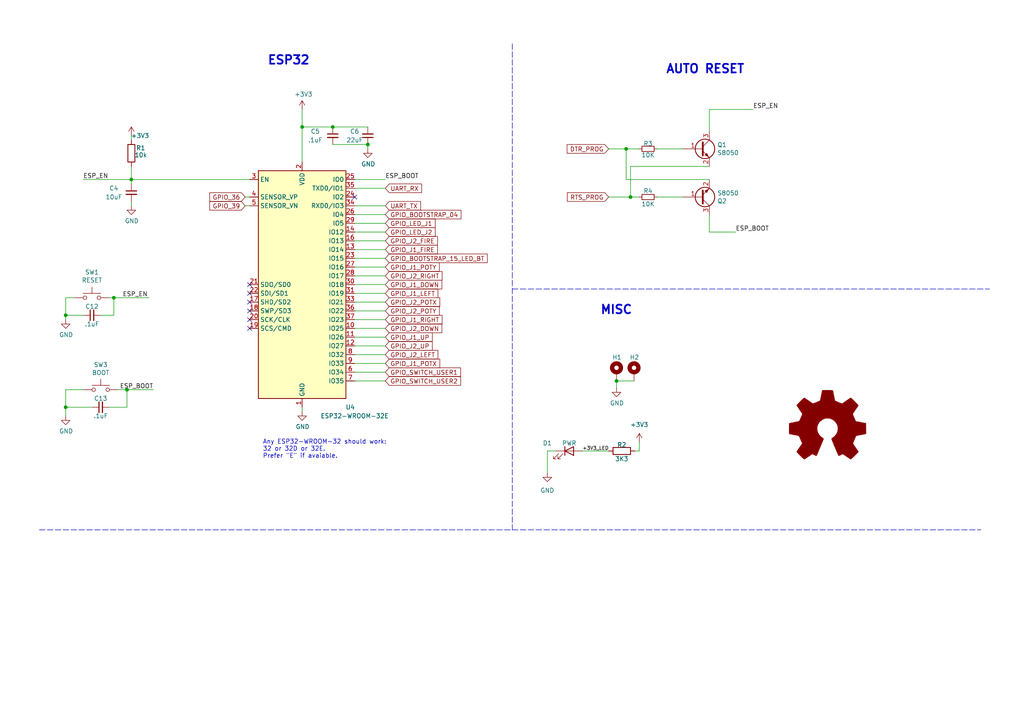
<source format=kicad_sch>
(kicad_sch (version 20211123) (generator eeschema)
  (paper "A4")
  (title_block (title "Unijoysticle 2 C64") (date "2022-07-17") (rev "A") (company "Ricardo Quesada"))
  (lib_symbols
    (symbol "Device:C_Small" (pin_numbers hide) (pin_names (offset 0.254) hide)
      (property "Reference" "C" (at 0.254 1.778 0))
      (property "Value" "C_Small" (at 0.254 -2.032 0))
      (symbol "C_Small_0_1"
        (polyline (pts (xy -1.524 -0.508) (xy 1.524 -0.508)) (stroke (width 0.3302)))
        (polyline (pts (xy -1.524 0.508) (xy 1.524 0.508)) (stroke (width 0.3048)))
      )
      (symbol "C_Small_1_1"
        (pin passive line (at 0 2.54 270) (length 2.032) (name "~") (number "1"))
        (pin passive line (at 0 -2.54 90) (length 2.032) (name "~") (number "2"))
      )
    )
    (symbol "Device:LED" (pin_numbers hide) (pin_names (offset 1.016) hide)
      (property "Reference" "D" (at 0 2.54 0))
      (property "Value" "LED" (at 0 -2.54 0))
      (symbol "LED_0_1"
        (polyline (pts (xy -1.27 -1.27) (xy -1.27 1.27)) (stroke (width 0.254)))
        (polyline (pts (xy -1.27 0) (xy 1.27 0)))
        (polyline (pts (xy 1.27 -1.27) (xy 1.27 1.27) (xy -1.27 0) (xy 1.27 -1.27)) (stroke (width 0.254)))
        (polyline (pts (xy -3.048 -0.762) (xy -4.572 -2.286) (xy -3.81 -2.286) (xy -4.572 -2.286) (xy -4.572 -1.524)))
        (polyline (pts (xy -1.778 -0.762) (xy -3.302 -2.286) (xy -2.54 -2.286) (xy -3.302 -2.286) (xy -3.302 -1.524)))
      )
      (symbol "LED_1_1"
        (pin passive line (at -3.81 0 0) (length 2.54) (name "K") (number "1"))
        (pin passive line (at 3.81 0 180) (length 2.54) (name "A") (number "2"))
      )
    )
    (symbol "Device:Q_NPN_BEC" (pin_names (offset 0) hide)
      (property "Reference" "Q" (at 5.08 1.27 0))
      (property "Value" "Q_NPN_BEC" (at 5.08 -1.27 0))
      (symbol "Q_NPN_BEC_0_1"
        (polyline (pts (xy 0.635 0.635) (xy 2.54 2.54)))
        (polyline (pts (xy 0.635 -0.635) (xy 2.54 -2.54) (xy 2.54 -2.54)))
        (polyline (pts (xy 0.635 1.905) (xy 0.635 -1.905) (xy 0.635 -1.905)) (stroke (width 0.508)))
        (polyline (pts (xy 1.27 -1.778) (xy 1.778 -1.27) (xy 2.286 -2.286) (xy 1.27 -1.778) (xy 1.27 -1.778)) (fill (type outline)))
        (circle (center 1.27 0) (radius 2.8194) (stroke (width 0.254)))
      )
      (symbol "Q_NPN_BEC_1_1"
        (pin input line (at -5.08 0 0) (length 5.715) (name "B") (number "1"))
        (pin passive line (at 2.54 -5.08 90) (length 2.54) (name "E") (number "2"))
        (pin passive line (at 2.54 5.08 270) (length 2.54) (name "C") (number "3"))
      )
    )
    (symbol "Device:R" (pin_numbers hide) (pin_names (offset 0))
      (property "Reference" "R" (at 2.032 0 90))
      (property "Value" "R" (at 0 0 90))
      (symbol "R_0_1"
        (rectangle (start -1.016 -2.54) (end 1.016 2.54) (stroke (width 0.254)))
      )
      (symbol "R_1_1"
        (pin passive line (at 0 3.81 270) (length 1.27) (name "~") (number "1"))
        (pin passive line (at 0 -3.81 90) (length 1.27) (name "~") (number "2"))
      )
    )
    (symbol "Device:R_Small" (pin_numbers hide) (pin_names (offset 0.254) hide)
      (property "Reference" "R" (at 0.762 0.508 0))
      (property "Value" "R_Small" (at 0.762 -1.016 0))
      (symbol "R_Small_0_1"
        (rectangle (start -0.762 1.778) (end 0.762 -1.778) (stroke (width 0.2032)))
      )
      (symbol "R_Small_1_1"
        (pin passive line (at 0 2.54 270) (length 0.762) (name "~") (number "1"))
        (pin passive line (at 0 -2.54 90) (length 0.762) (name "~") (number "2"))
      )
    )
    (symbol "Graphic:Logo_Open_Hardware_Large" (pin_names (offset 1.016))
      (symbol "Logo_Open_Hardware_Large_1_1"
        (polyline (pts (xy 6.731 -8.7122) (xy 6.6294 -8.6614) (xy 6.35 -8.4836) (xy 5.9944 -8.255) (xy 5.5372 -7.9502) (xy 5.1054 -7.6454) (xy 4.7498 -7.4168) (xy 4.4958 -7.239) (xy 4.3942 -7.1882) (xy 4.318 -7.2136) (xy 4.1148 -7.3152) (xy 3.81 -7.4676) (xy 3.6322 -7.5692) (xy 3.3528 -7.6708) (xy 3.2258 -7.6962) (xy 3.2004 -7.6708) (xy 3.0988 -7.4676) (xy 2.9464 -7.0866) (xy 2.7178 -6.604) (xy 2.4892 -6.0452) (xy 2.2352 -5.4356) (xy 1.9558 -4.826) (xy 1.7272 -4.2164) (xy 1.4986 -3.683) (xy 1.3208 -3.2512) (xy 1.2192 -2.9464) (xy 1.1684 -2.8194) (xy 1.1938 -2.794) (xy 1.3208 -2.667) (xy 1.5748 -2.4892) (xy 2.0828 -2.0574) (xy 2.6162 -1.397) (xy 2.921 -0.6604) (xy 3.048 0.1524) (xy 2.9464 0.9144) (xy 2.6416 1.6256) (xy 2.1336 2.286) (xy 1.524 2.7686) (xy 0.8128 3.0734) (xy 0 3.175) (xy -0.762 3.0988) (xy -1.4986 2.794) (xy -2.159 2.286) (xy -2.4384 1.9812) (xy -2.8194 1.3208) (xy -3.048 0.6096) (xy -3.0734 0.4318) (xy -3.0226 -0.3556) (xy -2.794 -1.0922) (xy -2.3876 -1.7526) (xy -1.8288 -2.3114) (xy -1.7526 -2.3622) (xy -1.4732 -2.5654) (xy -1.2954 -2.6924) (xy -1.1684 -2.8194) (xy -2.159 -5.207) (xy -2.3114 -5.588) (xy -2.5908 -6.2484) (xy -2.8194 -6.8072) (xy -3.0226 -7.2644) (xy -3.1496 -7.5692) (xy -3.2258 -7.6708) (xy -3.2258 -7.6962) (xy -3.302 -7.6962) (xy -3.4798 -7.6454) (xy -3.8354 -7.4676) (xy -4.0386 -7.366) (xy -4.2926 -7.239) (xy -4.4196 -7.1882) (xy -4.5212 -7.239) (xy -4.7498 -7.3914) (xy -5.1054 -7.6454) (xy -5.5372 -7.9248) (xy -5.9436 -8.2042) (xy -6.3246 -8.4582) (xy -6.604 -8.636) (xy -6.731 -8.7122) (xy -6.7564 -8.7122) (xy -6.858 -8.636) (xy -7.0866 -8.4582) (xy -7.4168 -8.1534) (xy -7.874 -7.6962) (xy -7.9502 -7.62) (xy -8.3312 -7.239) (xy -8.636 -6.9088) (xy -8.8392 -6.6802) (xy -8.9154 -6.5786) (xy -8.9154 -6.5786) (xy -8.8392 -6.4516) (xy -8.6614 -6.1722) (xy -8.4328 -5.7912) (xy -8.128 -5.3594) (xy -7.3152 -4.191) (xy -7.7724 -3.0988) (xy -7.8994 -2.7686) (xy -8.0772 -2.3622) (xy -8.2042 -2.0828) (xy -8.255 -1.9558) (xy -8.382 -1.905) (xy -8.6614 -1.8542) (xy -9.0932 -1.7526) (xy -9.6266 -1.651) (xy -10.1092 -1.5748) (xy -10.541 -1.4732) (xy -10.8712 -1.4224) (xy -11.0236 -1.397) (xy -11.049 -1.3716) (xy -11.0744 -1.2954) (xy -11.0998 -1.143) (xy -11.0998 -0.889) (xy -11.1252 -0.4572) (xy -11.1252 0.1524) (xy -11.1252 0.2286) (xy -11.0998 0.8128) (xy -11.0998 1.27) (xy -11.0744 1.5494) (xy -11.0744 1.6764) (xy -11.0744 1.6764) (xy -10.922 1.7018) (xy -10.6172 1.778) (xy -10.16 1.8542) (xy -9.652 1.9558) (xy -9.6012 1.9812) (xy -9.0932 2.0828) (xy -8.636 2.159) (xy -8.3312 2.2352) (xy -8.2042 2.286) (xy -8.1788 2.3114) (xy -8.0772 2.5146) (xy -7.9248 2.8448) (xy -7.747 3.2512) (xy -7.5692 3.6576) (xy -7.4168 4.0386) (xy -7.3152 4.318) (xy -7.2898 4.445) (xy -7.2898 4.445) (xy -7.366 4.572) (xy -7.5438 4.826) (xy -7.7978 5.207) (xy -8.128 5.6642) (xy -8.128 5.6896) (xy -8.4328 6.1468) (xy -8.6868 6.5278) (xy -8.8392 6.7818) (xy -8.9154 6.9088) (xy -8.9154 6.9088) (xy -8.8138 7.0358) (xy -8.5852 7.2898) (xy -8.255 7.6454) (xy -7.874 8.0264) (xy -7.747 8.1534) (xy -7.3152 8.5852) (xy -7.0104 8.8646) (xy -6.8326 8.9916) (xy -6.731 9.0424) (xy -6.731 9.0424) (xy -6.604 8.9408) (xy -6.3246 8.763) (xy -5.9436 8.509) (xy -5.4864 8.2042) (xy -5.461 8.1788) (xy -5.0038 7.874) (xy -4.6482 7.62) (xy -4.3688 7.4422) (xy -4.2672 7.3914) (xy -4.2418 7.3914) (xy -4.064 7.4422) (xy -3.7338 7.5438) (xy -3.3528 7.6962) (xy -2.9464 7.874) (xy -2.5654 8.0264) (xy -2.286 8.1534) (xy -2.159 8.2296) (xy -2.159 8.2296) (xy -2.1082 8.382) (xy -2.032 8.7122) (xy -1.9304 9.1694) (xy -1.8288 9.7282) (xy -1.8034 9.8044) (xy -1.7018 10.3378) (xy -1.6256 10.7696) (xy -1.5748 11.0744) (xy -1.524 11.2014) (xy -1.4478 11.2268) (xy -1.1938 11.2522) (xy -0.8128 11.2522) (xy -0.3302 11.2522) (xy 0.1524 11.2522) (xy 0.6604 11.2522) (xy 1.0668 11.2268) (xy 1.3716 11.2014) (xy 1.4986 11.176) (xy 1.4986 11.176) (xy 1.5494 11.0236) (xy 1.6256 10.6934) (xy 1.7018 10.2108) (xy 1.8288 9.6774) (xy 1.8288 9.5758) (xy 1.9304 9.0424) (xy 2.032 8.6106) (xy 2.0828 8.3058) (xy 2.1336 8.2042) (xy 2.159 8.1788) (xy 2.3876 8.0772) (xy 2.7432 7.9248) (xy 3.175 7.747) (xy 4.191 7.3406) (xy 5.461 8.2042) (xy 5.5626 8.2804) (xy 6.0198 8.5852) (xy 6.3754 8.8392) (xy 6.6294 8.9916) (xy 6.7564 9.0424) (xy 6.7564 9.0424) (xy 6.8834 8.9408) (xy 7.1374 8.7122) (xy 7.4676 8.382) (xy 7.8486 7.9756) (xy 8.1534 7.6962) (xy 8.4836 7.3406) (xy 8.7122 7.112) (xy 8.8392 6.9596) (xy 8.8646 6.858) (xy 8.8646 6.8072) (xy 8.7884 6.6802) (xy 8.6106 6.4008) (xy 8.3312 6.0198) (xy 8.0264 5.588) (xy 7.7978 5.207) (xy 7.5184 4.8006) (xy 7.3406 4.4958) (xy 7.2898 4.3434) (xy 7.2898 4.2926) (xy 7.3914 4.0386) (xy 7.5184 3.683) (xy 7.7216 3.2258) (xy 8.1534 2.2352) (xy 8.7884 2.1082) (xy 9.1948 2.0574) (xy 9.7536 1.9304) (xy 10.2616 1.8288) (xy 11.0998 1.6764) (xy 11.1252 -1.3208) (xy 10.9982 -1.3716) (xy 10.8712 -1.397) (xy 10.5664 -1.4732) (xy 10.1346 -1.5494) (xy 9.6266 -1.651) (xy 9.1948 -1.7272) (xy 8.7376 -1.8288) (xy 8.4328 -1.8796) (xy 8.2804 -1.905) (xy 8.255 -1.9558) (xy 8.1534 -2.159) (xy 7.9756 -2.5146) (xy 7.8232 -2.921) (xy 7.6454 -3.3274) (xy 7.493 -3.7338) (xy 7.366 -4.0132) (xy 7.3406 -4.191) (xy 7.3914 -4.2926) (xy 7.5692 -4.5466) (xy 7.7978 -4.9276) (xy 8.1026 -5.3594) (xy 8.4074 -5.7912) (xy 8.6614 -6.1722) (xy 8.8138 -6.4262) (xy 8.89 -6.5532) (xy 8.8646 -6.6548) (xy 8.6868 -6.858) (xy 8.3566 -7.1882) (xy 7.874 -7.6708) (xy 7.7978 -7.747) (xy 7.3914 -8.128) (xy 7.0612 -8.4328) (xy 6.8326 -8.636) (xy 6.731 -8.7122)) (fill (type outline)))
      )
    )
    (symbol "Mechanical:MountingHole_Pad" (pin_numbers hide) (pin_names (offset 1.016) hide)
      (property "Reference" "H" (at 0 6.35 0))
      (property "Value" "MountingHole_Pad" (at 0 4.445 0))
      (symbol "MountingHole_Pad_0_1"
        (circle (center 0 1.27) (radius 1.27) (stroke (width 1.27)))
      )
      (symbol "MountingHole_Pad_1_1"
        (pin input line (at 0 -2.54 90) (length 2.54) (name "1") (number "1"))
      )
    )
    (symbol "RF_Module:ESP32-WROOM-32D"
      (property "Reference" "U" (at -12.7 34.29 0))
      (property "Value" "ESP32-WROOM-32D" (at 1.27 34.29 0))
      (symbol "ESP32-WROOM-32D_0_1"
        (rectangle (start -12.7 33.02) (end 12.7 -33.02) (stroke (width 0.254)) (fill (type background)))
      )
      (symbol "ESP32-WROOM-32D_1_1"
        (pin power_in line (at 0 -35.56 90) (length 2.54) (name "GND") (number "1"))
        (pin bidirectional line (at 15.24 -12.7 180) (length 2.54) (name "IO25") (number "10"))
        (pin bidirectional line (at 15.24 -15.24 180) (length 2.54) (name "IO26") (number "11"))
        (pin bidirectional line (at 15.24 -17.78 180) (length 2.54) (name "IO27") (number "12"))
        (pin bidirectional line (at 15.24 10.16 180) (length 2.54) (name "IO14") (number "13"))
        (pin bidirectional line (at 15.24 15.24 180) (length 2.54) (name "IO12") (number "14"))
        (pin passive line (at 0 -35.56 90) (length 2.54) hide (name "GND") (number "15"))
        (pin bidirectional line (at 15.24 12.7 180) (length 2.54) (name "IO13") (number "16"))
        (pin bidirectional line (at -15.24 -5.08 0) (length 2.54) (name "SHD/SD2") (number "17"))
        (pin bidirectional line (at -15.24 -7.62 0) (length 2.54) (name "SWP/SD3") (number "18"))
        (pin bidirectional line (at -15.24 -12.7 0) (length 2.54) (name "SCS/CMD") (number "19"))
        (pin power_in line (at 0 35.56 270) (length 2.54) (name "VDD") (number "2"))
        (pin bidirectional line (at -15.24 -10.16 0) (length 2.54) (name "SCK/CLK") (number "20"))
        (pin bidirectional line (at -15.24 0 0) (length 2.54) (name "SDO/SD0") (number "21"))
        (pin bidirectional line (at -15.24 -2.54 0) (length 2.54) (name "SDI/SD1") (number "22"))
        (pin bidirectional line (at 15.24 7.62 180) (length 2.54) (name "IO15") (number "23"))
        (pin bidirectional line (at 15.24 25.4 180) (length 2.54) (name "IO2") (number "24"))
        (pin bidirectional line (at 15.24 30.48 180) (length 2.54) (name "IO0") (number "25"))
        (pin bidirectional line (at 15.24 20.32 180) (length 2.54) (name "IO4") (number "26"))
        (pin bidirectional line (at 15.24 5.08 180) (length 2.54) (name "IO16") (number "27"))
        (pin bidirectional line (at 15.24 2.54 180) (length 2.54) (name "IO17") (number "28"))
        (pin bidirectional line (at 15.24 17.78 180) (length 2.54) (name "IO5") (number "29"))
        (pin input line (at -15.24 30.48 0) (length 2.54) (name "EN") (number "3"))
        (pin bidirectional line (at 15.24 0 180) (length 2.54) (name "IO18") (number "30"))
        (pin bidirectional line (at 15.24 -2.54 180) (length 2.54) (name "IO19") (number "31"))
        (pin no_connect line (at -12.7 -27.94 0) (length 2.54) hide (name "NC") (number "32"))
        (pin bidirectional line (at 15.24 -5.08 180) (length 2.54) (name "IO21") (number "33"))
        (pin bidirectional line (at 15.24 22.86 180) (length 2.54) (name "RXD0/IO3") (number "34"))
        (pin bidirectional line (at 15.24 27.94 180) (length 2.54) (name "TXD0/IO1") (number "35"))
        (pin bidirectional line (at 15.24 -7.62 180) (length 2.54) (name "IO22") (number "36"))
        (pin bidirectional line (at 15.24 -10.16 180) (length 2.54) (name "IO23") (number "37"))
        (pin passive line (at 0 -35.56 90) (length 2.54) hide (name "GND") (number "38"))
        (pin passive line (at 0 -35.56 90) (length 2.54) hide (name "GND") (number "39"))
        (pin input line (at -15.24 25.4 0) (length 2.54) (name "SENSOR_VP") (number "4"))
        (pin input line (at -15.24 22.86 0) (length 2.54) (name "SENSOR_VN") (number "5"))
        (pin input line (at 15.24 -25.4 180) (length 2.54) (name "IO34") (number "6"))
        (pin input line (at 15.24 -27.94 180) (length 2.54) (name "IO35") (number "7"))
        (pin bidirectional line (at 15.24 -20.32 180) (length 2.54) (name "IO32") (number "8"))
        (pin bidirectional line (at 15.24 -22.86 180) (length 2.54) (name "IO33") (number "9"))
      )
    )
    (symbol "Switch:SW_Push" (pin_numbers hide) (pin_names (offset 1.016) hide)
      (property "Reference" "SW" (at 1.27 2.54 0))
      (property "Value" "SW_Push" (at 0 -1.524 0))
      (symbol "SW_Push_0_1"
        (circle (center -2.032 0) (radius 0.508))
        (polyline (pts (xy 0 1.27) (xy 0 3.048)))
        (polyline (pts (xy 2.54 1.27) (xy -2.54 1.27)))
        (circle (center 2.032 0) (radius 0.508))
        (pin passive line (at -5.08 0 0) (length 2.54) (name "1") (number "1"))
        (pin passive line (at 5.08 0 180) (length 2.54) (name "2") (number "2"))
      )
    )
    (symbol "power:+3V3" (power) (pin_names (offset 0))
      (property "Value" "+3V3" (at 0 3.556 0))
      (symbol "+3V3_0_1"
        (polyline (pts (xy -0.762 1.27) (xy 0 2.54)))
        (polyline (pts (xy 0 0) (xy 0 2.54)))
        (polyline (pts (xy 0 2.54) (xy 0.762 1.27)))
      )
      (symbol "+3V3_1_1"
        (pin power_in line (at 0 0 90) (length 0) hide (name "+3V3") (number "1"))
      )
    )
    (symbol "power:GND" (power) (pin_names (offset 0))
      (property "Value" "GND" (at 0 -3.81 0))
      (symbol "GND_0_1"
        (polyline (pts (xy 0 0) (xy 0 -1.27) (xy 1.27 -1.27) (xy 0 -2.54) (xy -1.27 -1.27) (xy 0 -1.27)))
      )
      (symbol "GND_1_1"
        (pin power_in line (at 0 0 270) (length 0) hide (name "GND") (number "1"))
      )
    )
  )
  (junction (at 36.83 113.03))
  (junction (at 96.52 36.83))
  (junction (at 106.68 41.91))
  (junction (at 181.61 43.18))
  (junction (at 178.816 110.49))
  (junction (at 33.02 86.36))
  (junction (at 38.1 52.07))
  (junction (at 19.05 118.11))
  (junction (at 182.88 57.15))
  (junction (at 87.63 36.83))
  (junction (at 19.05 91.44))
  (no_connect (at 72.39 92.71))
  (no_connect (at 72.39 90.17))
  (no_connect (at 72.39 95.25))
  (no_connect (at 72.39 82.55))
  (no_connect (at 72.39 87.63))
  (no_connect (at 72.39 85.09))
  (no_connect (at 102.87 57.15))
  (wire (pts (xy 38.1 52.07) (xy 24.13 52.07)))
  (wire (pts (xy 38.1 48.26) (xy 38.1 52.07)))
  (wire (pts (xy 38.1 58.42) (xy 38.1 59.69)))
  (wire (pts (xy 205.74 38.1) (xy 205.74 31.75)))
  (polyline (pts (xy 11.43 153.67) (xy 148.59 153.67)))
  (wire (pts (xy 185.42 128.27) (xy 185.42 130.81)))
  (wire (pts (xy 102.87 67.31) (xy 111.76 67.31)))
  (wire (pts (xy 102.87 90.17) (xy 111.76 90.17)))
  (wire (pts (xy 19.05 86.36) (xy 19.05 91.44)))
  (wire (pts (xy 102.87 59.69) (xy 111.76 59.69)))
  (wire (pts (xy 102.87 110.49) (xy 111.76 110.49)))
  (wire (pts (xy 31.75 86.36) (xy 33.02 86.36)))
  (polyline (pts (xy 148.59 83.82) (xy 287.02 83.82)))
  (wire (pts (xy 102.87 74.93) (xy 111.76 74.93)))
  (wire (pts (xy 102.87 62.23) (xy 111.76 62.23)))
  (wire (pts (xy 36.83 113.03) (xy 36.83 118.11)))
  (wire (pts (xy 205.74 52.07) (xy 181.61 52.07)))
  (wire (pts (xy 38.1 52.07) (xy 72.39 52.07)))
  (wire (pts (xy 34.29 113.03) (xy 36.83 113.03)))
  (wire (pts (xy 72.39 57.15) (xy 71.12 57.15)))
  (wire (pts (xy 96.52 41.91) (xy 106.68 41.91)))
  (wire (pts (xy 102.87 77.47) (xy 111.76 77.47)))
  (wire (pts (xy 102.87 85.09) (xy 111.76 85.09)))
  (wire (pts (xy 102.87 92.71) (xy 111.76 92.71)))
  (wire (pts (xy 102.87 107.95) (xy 111.76 107.95)))
  (wire (pts (xy 102.87 80.01) (xy 111.76 80.01)))
  (wire (pts (xy 205.74 62.23) (xy 205.74 67.31)))
  (wire (pts (xy 87.63 36.83) (xy 87.63 46.99)))
  (wire (pts (xy 158.75 130.81) (xy 158.75 137.16)))
  (wire (pts (xy 71.12 59.69) (xy 72.39 59.69)))
  (wire (pts (xy 161.29 130.81) (xy 158.75 130.81)))
  (wire (pts (xy 33.02 86.36) (xy 33.02 91.44)))
  (wire (pts (xy 33.02 91.44) (xy 29.21 91.44)))
  (polyline (pts (xy 148.59 12.7) (xy 148.59 153.67)))
  (wire (pts (xy 19.05 113.03) (xy 24.13 113.03)))
  (wire (pts (xy 190.5 57.15) (xy 198.12 57.15)))
  (wire (pts (xy 19.05 91.44) (xy 19.05 92.71)))
  (wire (pts (xy 102.87 69.85) (xy 111.76 69.85)))
  (wire (pts (xy 87.63 31.75) (xy 87.63 36.83)))
  (wire (pts (xy 21.59 86.36) (xy 19.05 86.36)))
  (wire (pts (xy 38.1 52.07) (xy 38.1 53.34)))
  (wire (pts (xy 102.87 52.07) (xy 111.76 52.07)))
  (wire (pts (xy 102.87 64.77) (xy 111.76 64.77)))
  (wire (pts (xy 19.05 91.44) (xy 24.13 91.44)))
  (wire (pts (xy 102.87 72.39) (xy 111.76 72.39)))
  (wire (pts (xy 178.816 110.49) (xy 178.816 112.522)))
  (wire (pts (xy 183.896 110.49) (xy 178.816 110.49)))
  (wire (pts (xy 87.63 36.83) (xy 96.52 36.83)))
  (wire (pts (xy 184.15 130.81) (xy 185.42 130.81)))
  (wire (pts (xy 96.52 36.83) (xy 106.68 36.83)))
  (polyline (pts (xy 148.59 153.67) (xy 284.48 153.67)))
  (wire (pts (xy 106.68 41.91) (xy 106.68 43.18)))
  (wire (pts (xy 19.05 118.11) (xy 26.67 118.11)))
  (wire (pts (xy 168.91 130.81) (xy 176.53 130.81)))
  (wire (pts (xy 205.74 31.75) (xy 218.44 31.75)))
  (wire (pts (xy 190.5 43.18) (xy 198.12 43.18)))
  (wire (pts (xy 87.63 118.11) (xy 87.63 119.38)))
  (wire (pts (xy 38.1 39.37) (xy 38.1 40.64)))
  (wire (pts (xy 182.88 48.26) (xy 182.88 57.15)))
  (wire (pts (xy 102.87 54.61) (xy 111.76 54.61)))
  (wire (pts (xy 102.87 95.25) (xy 111.76 95.25)))
  (wire (pts (xy 205.74 67.31) (xy 213.36 67.31)))
  (wire (pts (xy 181.61 52.07) (xy 181.61 43.18)))
  (wire (pts (xy 102.87 100.33) (xy 111.76 100.33)))
  (wire (pts (xy 36.83 113.03) (xy 44.45 113.03)))
  (wire (pts (xy 176.53 43.18) (xy 181.61 43.18)))
  (wire (pts (xy 36.83 118.11) (xy 31.75 118.11)))
  (wire (pts (xy 205.74 48.26) (xy 182.88 48.26)))
  (wire (pts (xy 102.87 82.55) (xy 111.76 82.55)))
  (wire (pts (xy 19.05 118.11) (xy 19.05 120.65)))
  (wire (pts (xy 176.53 57.15) (xy 182.88 57.15)))
  (wire (pts (xy 102.87 102.87) (xy 111.76 102.87)))
  (wire (pts (xy 102.87 97.79) (xy 111.76 97.79)))
  (wire (pts (xy 102.87 105.41) (xy 111.76 105.41)))
  (wire (pts (xy 33.02 86.36) (xy 43.18 86.36)))
  (wire (pts (xy 19.05 113.03) (xy 19.05 118.11)))
  (wire (pts (xy 181.61 43.18) (xy 185.42 43.18)))
  (wire (pts (xy 102.87 87.63) (xy 111.76 87.63)))
  (wire (pts (xy 182.88 57.15) (xy 185.42 57.15)))
  (text "ESP32" (at 77.47 19.05 0) (effects (font (size 2.4892 2.4892) (thickness 0.4978) bold) (justify left bottom)))
  (text "MISC" (at 173.99 91.44 0) (effects (font (size 2.4892 2.4892) (thickness 0.4978) bold) (justify left bottom)))
  (text "Any ESP32-WROOM-32 should work:\n32 or 32D or 32E.\nPrefer \"E\" if avaiable." (at 76.2 133.096 0) (effects (font (size 1.27 1.27)) (justify left bottom)))
  (text "AUTO RESET" (at 193.04 21.59 0) (effects (font (size 2.4892 2.4892) (thickness 0.4978) bold) (justify left bottom)))
  (label "ESP_BOOT" (at 44.45 113.03 180))
  (label "ESP_EN" (at 218.44 31.75 0))
  (label "ESP_EN" (at 24.13 52.07 0))
  (label "ESP_EN" (at 35.56 86.36 0))
  (label "+3V3_LED" (at 168.91 130.81 0) (effects (font (size 1 1))))
  (label "ESP_BOOT" (at 111.76 52.07 0))
  (label "ESP_BOOT" (at 213.36 67.31 0))
  (global_label "GPIO_J1_DOWN" (shape input) (at 111.76 82.55 0) (property "Intersheet References" "${INTERSHEET_REFS}" (effects hide)))
  (global_label "GPIO_BOOTSTRAP_04" (shape input) (at 111.76 62.23 0) (property "Intersheet References" "${INTERSHEET_REFS}" (effects hide)))
  (global_label "UART_RX" (shape input) (at 111.76 54.61 0) (property "Intersheet References" "${INTERSHEET_REFS}" (effects hide)))
  (global_label "GPIO_SWITCH_USER1" (shape input) (at 111.76 107.95 0) (property "Intersheet References" "${INTERSHEET_REFS}" (effects hide)))
  (global_label "GPIO_LED_J2" (shape input) (at 111.76 67.31 0) (property "Intersheet References" "${INTERSHEET_REFS}" (effects hide)))
  (global_label "GPIO_J2_RIGHT" (shape input) (at 111.76 80.01 0) (property "Intersheet References" "${INTERSHEET_REFS}" (effects hide)))
  (global_label "DTR_PROG" (shape input) (at 176.53 43.18 180) (property "Intersheet References" "${INTERSHEET_REFS}" (effects hide)))
  (global_label "GPIO_39" (shape input) (at 71.12 59.69 180) (property "Intersheet References" "${INTERSHEET_REFS}" (effects hide)))
  (global_label "GPIO_J2_UP" (shape input) (at 111.76 100.33 0) (property "Intersheet References" "${INTERSHEET_REFS}" (effects hide)))
  (global_label "GPIO_J2_DOWN" (shape input) (at 111.76 95.25 0) (property "Intersheet References" "${INTERSHEET_REFS}" (effects hide)))
  (global_label "GPIO_J2_FIRE" (shape input) (at 111.76 69.85 0) (property "Intersheet References" "${INTERSHEET_REFS}" (effects hide)))
  (global_label "GPIO_J1_UP" (shape input) (at 111.76 97.79 0) (property "Intersheet References" "${INTERSHEET_REFS}" (effects hide)))
  (global_label "GPIO_J1_POTY" (shape input) (at 111.76 77.47 0) (property "Intersheet References" "${INTERSHEET_REFS}" (effects hide)))
  (global_label "GPIO_J2_POTY" (shape input) (at 111.76 90.17 0) (property "Intersheet References" "${INTERSHEET_REFS}" (effects hide)))
  (global_label "GPIO_BOOTSTRAP_15_LED_BT" (shape input) (at 111.76 74.93 0) (property "Intersheet References" "${INTERSHEET_REFS}" (effects hide)))
  (global_label "GPIO_SWITCH_USER2" (shape input) (at 111.76 110.49 0) (property "Intersheet References" "${INTERSHEET_REFS}" (effects hide)))
  (global_label "UART_TX" (shape input) (at 111.76 59.69 0) (property "Intersheet References" "${INTERSHEET_REFS}" (effects hide)))
  (global_label "GPIO_J1_FIRE" (shape input) (at 111.76 72.39 0) (property "Intersheet References" "${INTERSHEET_REFS}" (effects hide)))
  (global_label "GPIO_J1_POTX" (shape input) (at 111.76 105.41 0) (property "Intersheet References" "${INTERSHEET_REFS}" (effects hide)))
  (global_label "GPIO_J2_POTX" (shape input) (at 111.76 87.63 0) (property "Intersheet References" "${INTERSHEET_REFS}" (effects hide)))
  (global_label "GPIO_J1_RIGHT" (shape input) (at 111.76 92.71 0) (property "Intersheet References" "${INTERSHEET_REFS}" (effects hide)))
  (global_label "GPIO_LED_J1" (shape input) (at 111.76 64.77 0) (property "Intersheet References" "${INTERSHEET_REFS}" (effects hide)))
  (global_label "GPIO_J2_LEFT" (shape input) (at 111.76 102.87 0) (property "Intersheet References" "${INTERSHEET_REFS}" (effects hide)))
  (global_label "GPIO_J1_LEFT" (shape input) (at 111.76 85.09 0) (property "Intersheet References" "${INTERSHEET_REFS}" (effects hide)))
  (global_label "RTS_PROG" (shape input) (at 176.53 57.15 180) (property "Intersheet References" "${INTERSHEET_REFS}" (effects hide)))
  (global_label "GPIO_36" (shape input) (at 71.12 57.15 180) (property "Intersheet References" "${INTERSHEET_REFS}" (effects hide)))
  (symbol (lib_id "RF_Module:ESP32-WROOM-32D") (at 87.63 82.55 0) (unit 1)
    (property "Reference" "U4" (at 101.6 118.11 0))
    (property "Value" "ESP32-WROOM-32E" (at 102.87 120.65 0))
    (property "Footprint" "RF_Module:ESP32-WROOM-32" (effects hide))
    (property "Datasheet" "https://www.espressif.com/sites/default/files/documentation/esp32-wroom-32d_esp32-wroom-32u_datasheet_en.pdf" (effects hide))
  )
  (symbol (lib_id "power:GND") (at 87.63 119.38 0) (unit 1)
    (property "Reference" "#PWR016" (effects hide))
    (property "Value" "GND" (at 87.757 123.7742 0))
  )
  (symbol (lib_id "Device:R") (at 38.1 44.45 180) (unit 1)
    (property "Reference" "R1" (at 42.164 42.926 0) (effects (justify left)))
    (property "Value" "10k" (at 42.672 44.958 0) (effects (justify left)))
    (property "Footprint" "Resistor_SMD:R_0805_2012Metric_Pad1.20x1.40mm_HandSolder" (effects hide))
  )
  (symbol (lib_id "power:+3V3") (at 38.1 39.37 0) (unit 1)
    (property "Reference" "#PWR013" (effects hide))
    (property "Value" "+3V3" (at 40.64 39.37 0))
  )
  (symbol (lib_id "power:GND") (at 38.1 59.69 0) (unit 1)
    (property "Reference" "#PWR010" (effects hide))
    (property "Value" "GND" (at 38.227 64.0842 0))
  )
  (symbol (lib_id "power:+3V3") (at 87.63 31.75 0) (unit 1)
    (property "Reference" "#PWR015" (effects hide))
    (property "Value" "+3V3" (at 88.011 27.3558 0))
  )
  (symbol (lib_id "Switch:SW_Push") (at 26.67 86.36 0) (unit 1)
    (property "Reference" "SW1" (at 26.67 78.9686 0))
    (property "Value" "RESET" (at 26.67 81.28 0))
    (property "Footprint" "Button_Switch_THT:SW_Tactile_SPST_Angled_PTS645Vx39-2LFS" (effects hide))
  )
  (symbol (lib_id "power:GND") (at 19.05 92.71 0) (unit 1)
    (property "Reference" "#PWR09" (effects hide))
    (property "Value" "GND" (at 19.177 97.1042 0))
  )
  (symbol (lib_id "Mechanical:MountingHole_Pad") (at 178.816 107.95 0) (unit 1)
    (property "Reference" "H1" (at 177.546 103.632 0) (effects (justify left)))
    (property "Value" "MountingHole_Pad" (effects hide))
    (property "Footprint" "MountingHole:MountingHole_3.2mm_M3_Pad_Via" (effects hide))
  )
  (symbol (lib_id "Mechanical:MountingHole_Pad") (at 183.896 107.95 0) (unit 1)
    (property "Reference" "H2" (at 182.626 103.632 0) (effects (justify left)))
    (property "Value" "MountingHole_Pad" (effects hide))
    (property "Footprint" "MountingHole:MountingHole_3.2mm_M3_Pad_Via" (effects hide))
  )
  (symbol (lib_id "Device:C_Small") (at 26.67 91.44 90) (unit 1)
    (property "Reference" "C12" (at 26.67 88.9 90))
    (property "Value" ".1uF" (at 26.67 93.98 90))
    (property "Footprint" "Capacitor_SMD:C_0805_2012Metric_Pad1.18x1.45mm_HandSolder" (effects hide))
  )
  (symbol (lib_id "power:GND") (at 178.816 112.522 0) (unit 1)
    (property "Reference" "#PWR0104" (effects hide))
    (property "Value" "GND" (at 178.943 116.9162 0))
  )
  (symbol (lib_id "Device:C_Small") (at 38.1 55.88 0) (unit 1)
    (property "Reference" "C4" (at 33.02 54.61 0))
    (property "Value" "10uF" (at 33.02 57.15 0))
    (property "Footprint" "Capacitor_SMD:C_0805_2012Metric_Pad1.18x1.45mm_HandSolder" (effects hide))
  )
  (symbol (lib_id "power:GND") (at 106.68 43.18 0) (unit 1)
    (property "Reference" "#PWR0114" (effects hide))
    (property "Value" "GND" (at 106.807 47.5742 0))
  )
  (symbol (lib_id "Switch:SW_Push") (at 29.21 113.03 0) (unit 1)
    (property "Reference" "SW3" (at 29.21 105.791 0))
    (property "Value" "BOOT" (at 29.21 108.1024 0))
    (property "Footprint" "Unijoysticle:SW_Push_1P1T_NO_5.1x5.1mm" (effects hide))
  )
  (symbol (lib_id "power:GND") (at 19.05 120.65 0) (unit 1)
    (property "Reference" "#PWR0108" (effects hide))
    (property "Value" "GND" (at 19.177 125.0442 0))
  )
  (symbol (lib_id "Device:C_Small") (at 29.21 118.11 90) (unit 1)
    (property "Reference" "C13" (at 29.21 115.57 90))
    (property "Value" ".1uF" (at 29.21 120.65 90))
    (property "Footprint" "Capacitor_SMD:C_0805_2012Metric_Pad1.18x1.45mm_HandSolder" (effects hide))
  )
  (symbol (lib_id "Device:C_Small") (at 106.68 39.37 180) (unit 1)
    (property "Reference" "C6" (at 102.87 38.1 0))
    (property "Value" "22uF" (at 102.87 40.64 0))
    (property "Footprint" "Capacitor_SMD:C_0805_2012Metric_Pad1.18x1.45mm_HandSolder" (effects hide))
  )
  (symbol (lib_id "Device:C_Small") (at 96.52 39.37 0) (unit 1)
    (property "Reference" "C5" (at 91.44 38.1 0))
    (property "Value" ".1uF" (at 91.44 40.64 0))
    (property "Footprint" "Capacitor_SMD:C_0805_2012Metric_Pad1.18x1.45mm_HandSolder" (effects hide))
  )
  (symbol (lib_id "power:+3V3") (at 185.42 128.27 0) (unit 1)
    (property "Reference" "#PWR010" (effects hide))
    (property "Value" "+3V3" (at 185.42 123.19 0))
  )
  (symbol (lib_id "Graphic:Logo_Open_Hardware_Large") (at 240.03 124.46 0) (unit 1)
    (property "Reference" "#LOGO1" (effects hide))
    (property "Value" "Logo_Open_Hardware_Large" (effects hide))
  )
  (symbol (lib_id "power:GND") (at 158.75 137.16 0) (unit 1)
    (property "Reference" "#PWR08" (effects hide))
    (property "Value" "GND" (at 158.75 142.24 0))
  )
  (symbol (lib_id "Device:R_Small") (at 187.96 43.18 270) (unit 1)
    (property "Reference" "R3" (at 187.96 41.656 90))
    (property "Value" "10K" (at 187.96 44.958 90))
    (property "Footprint" "Resistor_SMD:R_0805_2012Metric_Pad1.20x1.40mm_HandSolder" (effects hide))
  )
  (symbol (lib_id "Device:LED") (at 165.1 130.81 0) (unit 1)
    (property "Reference" "D1" (at 158.75 128.524 0))
    (property "Value" "PWR" (at 165.1 128.524 0))
    (property "Footprint" "LED_SMD:LED_0805_2012Metric_Pad1.15x1.40mm_HandSolder" (effects hide))
  )
  (symbol (lib_id "Device:R_Small") (at 187.96 57.15 270) (unit 1)
    (property "Reference" "R4" (at 187.96 55.372 90))
    (property "Value" "10K" (at 187.96 59.182 90))
    (property "Footprint" "Resistor_SMD:R_0805_2012Metric_Pad1.20x1.40mm_HandSolder" (effects hide))
  )
  (symbol (lib_id "Device:Q_NPN_BEC") (at 203.2 57.15 0) (mirror x) (unit 1)
    (property "Reference" "Q2" (at 208.026 58.3184 0) (effects (justify left)))
    (property "Value" "S8050" (at 208.026 56.007 0) (effects (justify left)))
    (property "Footprint" "Package_TO_SOT_SMD:SOT-23" (effects hide))
  )
  (symbol (lib_id "Device:R") (at 180.34 130.81 90) (unit 1)
    (property "Reference" "R2" (at 180.34 129.032 90))
    (property "Value" "3K3" (at 180.34 133.096 90))
    (property "Footprint" "Resistor_SMD:R_0805_2012Metric_Pad1.20x1.40mm_HandSolder" (effects hide))
  )
  (symbol (lib_id "Device:Q_NPN_BEC") (at 203.2 43.18 0) (unit 1)
    (property "Reference" "Q1" (at 208.026 42.0116 0) (effects (justify left)))
    (property "Value" "S8050" (at 208.026 44.323 0) (effects (justify left)))
    (property "Footprint" "Package_TO_SOT_SMD:SOT-23" (effects hide))
  )
)
</source>
